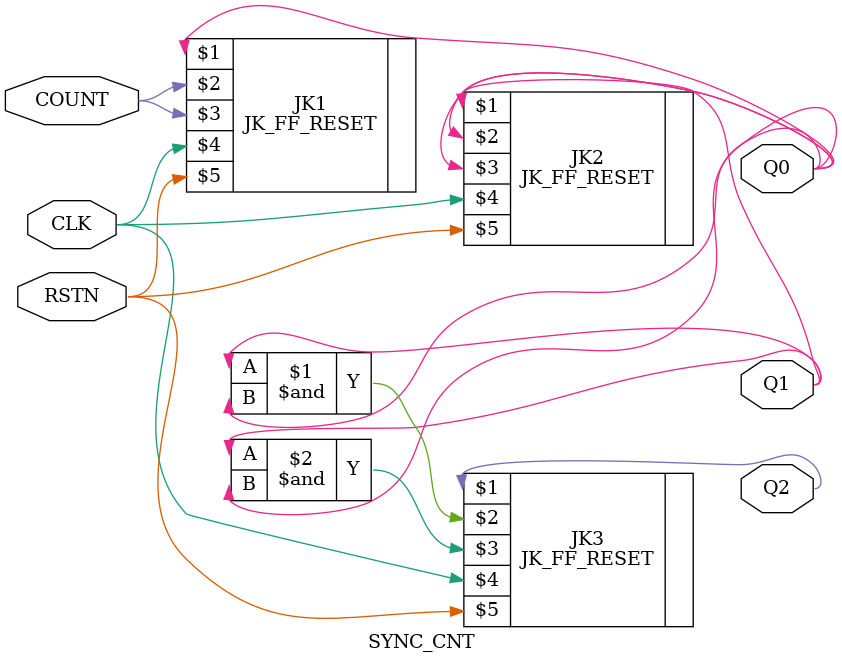
<source format=v>
module SYNC_CNT(COUNT,RSTN, CLK, Q0, Q1, Q2);
	input RSTN, CLK, COUNT;
	output Q0, Q1, Q2;

	JK_FF_RESET JK1(Q0,COUNT,COUNT,CLK,RSTN);
	JK_FF_RESET JK2(Q1,Q0,Q0,CLK,RSTN);
	JK_FF_RESET JK3(Q2,(Q1&Q0),(Q1&Q0),CLK,RSTN);

endmodule
		
</source>
